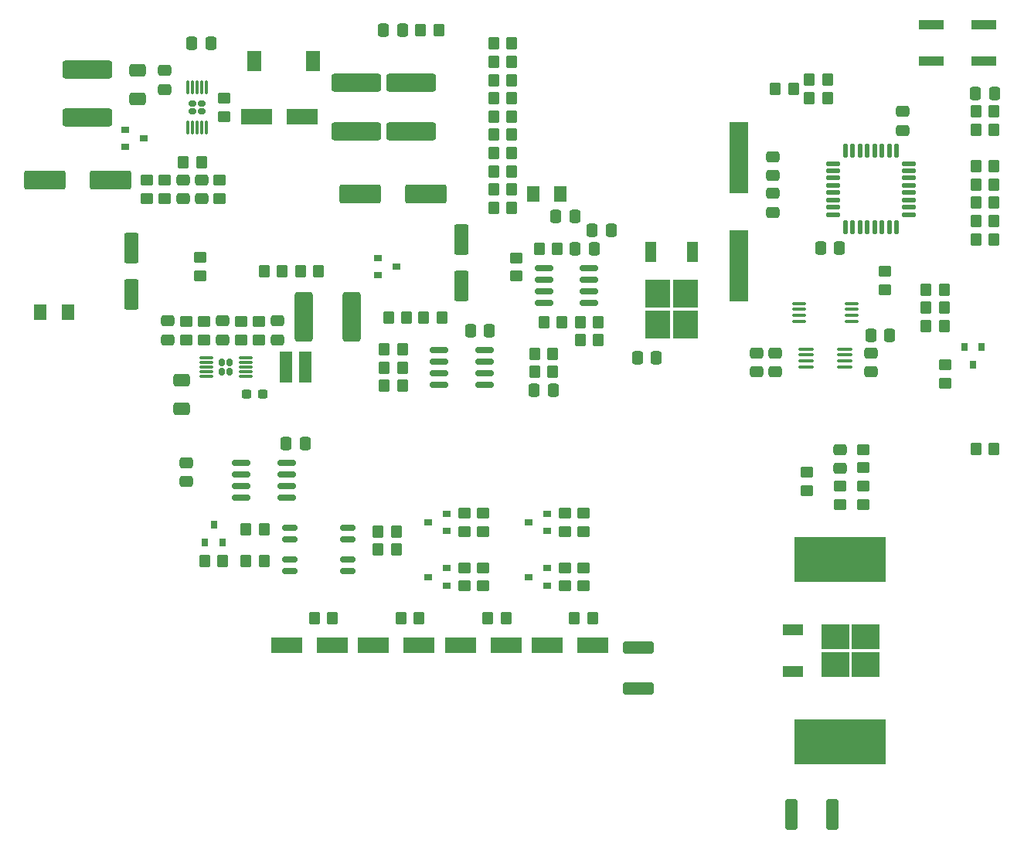
<source format=gbr>
%TF.GenerationSoftware,KiCad,Pcbnew,(5.99.0-9568-gb9d26a55f2)*%
%TF.CreationDate,2021-03-23T11:57:40+01:00*%
%TF.ProjectId,PowerBoard 1,506f7765-7242-46f6-9172-6420312e6b69,rev?*%
%TF.SameCoordinates,Original*%
%TF.FileFunction,Paste,Top*%
%TF.FilePolarity,Positive*%
%FSLAX46Y46*%
G04 Gerber Fmt 4.6, Leading zero omitted, Abs format (unit mm)*
G04 Created by KiCad (PCBNEW (5.99.0-9568-gb9d26a55f2)) date 2021-03-23 11:57:40*
%MOMM*%
%LPD*%
G01*
G04 APERTURE LIST*
G04 Aperture macros list*
%AMRoundRect*
0 Rectangle with rounded corners*
0 $1 Rounding radius*
0 $2 $3 $4 $5 $6 $7 $8 $9 X,Y pos of 4 corners*
0 Add a 4 corners polygon primitive as box body*
4,1,4,$2,$3,$4,$5,$6,$7,$8,$9,$2,$3,0*
0 Add four circle primitives for the rounded corners*
1,1,$1+$1,$2,$3*
1,1,$1+$1,$4,$5*
1,1,$1+$1,$6,$7*
1,1,$1+$1,$8,$9*
0 Add four rect primitives between the rounded corners*
20,1,$1+$1,$2,$3,$4,$5,0*
20,1,$1+$1,$4,$5,$6,$7,0*
20,1,$1+$1,$6,$7,$8,$9,0*
20,1,$1+$1,$8,$9,$2,$3,0*%
G04 Aperture macros list end*
%ADD10RoundRect,0.250000X-0.350000X-0.450000X0.350000X-0.450000X0.350000X0.450000X-0.350000X0.450000X0*%
%ADD11RoundRect,0.250000X-0.450000X0.350000X-0.450000X-0.350000X0.450000X-0.350000X0.450000X0.350000X0*%
%ADD12RoundRect,0.250000X0.350000X0.450000X-0.350000X0.450000X-0.350000X-0.450000X0.350000X-0.450000X0*%
%ADD13RoundRect,0.250000X-0.475000X0.337500X-0.475000X-0.337500X0.475000X-0.337500X0.475000X0.337500X0*%
%ADD14RoundRect,0.150000X-0.825000X-0.150000X0.825000X-0.150000X0.825000X0.150000X-0.825000X0.150000X0*%
%ADD15R,0.900000X0.800000*%
%ADD16RoundRect,0.250000X0.450000X-0.350000X0.450000X0.350000X-0.450000X0.350000X-0.450000X-0.350000X0*%
%ADD17RoundRect,0.250000X0.550000X-1.412500X0.550000X1.412500X-0.550000X1.412500X-0.550000X-1.412500X0*%
%ADD18RoundRect,0.250000X-0.337500X-0.475000X0.337500X-0.475000X0.337500X0.475000X-0.337500X0.475000X0*%
%ADD19R,0.800000X0.900000*%
%ADD20RoundRect,0.250000X-0.550000X1.412500X-0.550000X-1.412500X0.550000X-1.412500X0.550000X1.412500X0*%
%ADD21RoundRect,0.237500X-0.300000X-0.237500X0.300000X-0.237500X0.300000X0.237500X-0.300000X0.237500X0*%
%ADD22RoundRect,0.125000X-0.125000X0.625000X-0.125000X-0.625000X0.125000X-0.625000X0.125000X0.625000X0*%
%ADD23RoundRect,0.125000X-0.625000X0.125000X-0.625000X-0.125000X0.625000X-0.125000X0.625000X0.125000X0*%
%ADD24RoundRect,0.250001X1.999999X0.799999X-1.999999X0.799999X-1.999999X-0.799999X1.999999X-0.799999X0*%
%ADD25R,10.000000X5.000000*%
%ADD26RoundRect,0.250000X0.475000X-0.337500X0.475000X0.337500X-0.475000X0.337500X-0.475000X-0.337500X0*%
%ADD27R,3.500000X1.800000*%
%ADD28RoundRect,0.250001X-1.999999X-0.799999X1.999999X-0.799999X1.999999X0.799999X-1.999999X0.799999X0*%
%ADD29RoundRect,0.100000X-0.712500X-0.100000X0.712500X-0.100000X0.712500X0.100000X-0.712500X0.100000X0*%
%ADD30RoundRect,0.150000X0.662500X0.150000X-0.662500X0.150000X-0.662500X-0.150000X0.662500X-0.150000X0*%
%ADD31RoundRect,0.250000X-0.650000X0.412500X-0.650000X-0.412500X0.650000X-0.412500X0.650000X0.412500X0*%
%ADD32RoundRect,0.250000X0.337500X0.475000X-0.337500X0.475000X-0.337500X-0.475000X0.337500X-0.475000X0*%
%ADD33R,1.500000X2.200000*%
%ADD34RoundRect,0.249999X0.737501X2.450001X-0.737501X2.450001X-0.737501X-2.450001X0.737501X-2.450001X0*%
%ADD35RoundRect,0.249999X-2.450001X0.737501X-2.450001X-0.737501X2.450001X-0.737501X2.450001X0.737501X0*%
%ADD36R,3.050000X2.750000*%
%ADD37R,2.200000X1.200000*%
%ADD38R,2.800000X1.000000*%
%ADD39RoundRect,0.100000X0.637500X0.100000X-0.637500X0.100000X-0.637500X-0.100000X0.637500X-0.100000X0*%
%ADD40R,2.000000X7.875000*%
%ADD41RoundRect,0.250000X1.450000X-0.400000X1.450000X0.400000X-1.450000X0.400000X-1.450000X-0.400000X0*%
%ADD42RoundRect,0.250001X-0.462499X-0.624999X0.462499X-0.624999X0.462499X0.624999X-0.462499X0.624999X0*%
%ADD43RoundRect,0.175000X-0.225000X0.175000X-0.225000X-0.175000X0.225000X-0.175000X0.225000X0.175000X0*%
%ADD44RoundRect,0.075000X-0.075000X0.662500X-0.075000X-0.662500X0.075000X-0.662500X0.075000X0.662500X0*%
%ADD45RoundRect,0.250000X-0.400000X-1.450000X0.400000X-1.450000X0.400000X1.450000X-0.400000X1.450000X0*%
%ADD46R,1.350000X3.400000*%
%ADD47R,2.750000X3.050000*%
%ADD48R,1.200000X2.200000*%
%ADD49RoundRect,0.175000X0.175000X0.225000X-0.175000X0.225000X-0.175000X-0.225000X0.175000X-0.225000X0*%
%ADD50RoundRect,0.075000X0.662500X0.075000X-0.662500X0.075000X-0.662500X-0.075000X0.662500X-0.075000X0*%
%ADD51RoundRect,0.150000X-0.662500X-0.150000X0.662500X-0.150000X0.662500X0.150000X-0.662500X0.150000X0*%
G04 APERTURE END LIST*
D10*
%TO.C,R40*%
X109650000Y-33050000D03*
X111650000Y-33050000D03*
%TD*%
D11*
%TO.C,R66*%
X150150000Y-63550000D03*
X150150000Y-65550000D03*
%TD*%
D10*
%TO.C,R23*%
X84500000Y-44000000D03*
X86500000Y-44000000D03*
%TD*%
D12*
%TO.C,R48*%
X120500000Y-82000000D03*
X118500000Y-82000000D03*
%TD*%
D13*
%TO.C,C18*%
X73650000Y-22012500D03*
X73650000Y-24087500D03*
%TD*%
D14*
%TO.C,U1*%
X82000000Y-65000000D03*
X82000000Y-66270000D03*
X82000000Y-67540000D03*
X82000000Y-68810000D03*
X86950000Y-68810000D03*
X86950000Y-67540000D03*
X86950000Y-66270000D03*
X86950000Y-65000000D03*
%TD*%
D15*
%TO.C,Q5*%
X115500000Y-72450000D03*
X115500000Y-70550000D03*
X113500000Y-71500000D03*
%TD*%
D12*
%TO.C,R46*%
X116650000Y-41550000D03*
X114650000Y-41550000D03*
%TD*%
D15*
%TO.C,Q3*%
X115500000Y-78450000D03*
X115500000Y-76550000D03*
X113500000Y-77500000D03*
%TD*%
D12*
%TO.C,R72*%
X121150000Y-51500000D03*
X119150000Y-51500000D03*
%TD*%
D16*
%TO.C,R56*%
X144000000Y-68050000D03*
X144000000Y-66050000D03*
%TD*%
D17*
%TO.C,C4*%
X70000000Y-46537500D03*
X70000000Y-41462500D03*
%TD*%
D16*
%TO.C,R8*%
X81977936Y-51500000D03*
X81977936Y-49500000D03*
%TD*%
%TO.C,R18*%
X71650000Y-36050000D03*
X71650000Y-34050000D03*
%TD*%
D18*
%TO.C,C22*%
X76612500Y-19050000D03*
X78687500Y-19050000D03*
%TD*%
D19*
%TO.C,Q8*%
X78050000Y-73750000D03*
X79950000Y-73750000D03*
X79000000Y-71750000D03*
%TD*%
D20*
%TO.C,C27*%
X106150000Y-40550000D03*
X106150000Y-45625000D03*
%TD*%
D10*
%TO.C,R37*%
X109650000Y-27050000D03*
X111650000Y-27050000D03*
%TD*%
D21*
%TO.C,C20*%
X82607500Y-57500000D03*
X84332500Y-57500000D03*
%TD*%
D11*
%TO.C,R71*%
X117500000Y-70500000D03*
X117500000Y-72500000D03*
%TD*%
D16*
%TO.C,R54*%
X108500000Y-78500000D03*
X108500000Y-76500000D03*
%TD*%
D22*
%TO.C,U4*%
X153800000Y-30825000D03*
X153000000Y-30825000D03*
X152200000Y-30825000D03*
X151400000Y-30825000D03*
X150600000Y-30825000D03*
X149800000Y-30825000D03*
X149000000Y-30825000D03*
X148200000Y-30825000D03*
D23*
X146825000Y-32200000D03*
X146825000Y-33000000D03*
X146825000Y-33800000D03*
X146825000Y-34600000D03*
X146825000Y-35400000D03*
X146825000Y-36200000D03*
X146825000Y-37000000D03*
X146825000Y-37800000D03*
D22*
X148200000Y-39175000D03*
X149000000Y-39175000D03*
X149800000Y-39175000D03*
X150600000Y-39175000D03*
X151400000Y-39175000D03*
X152200000Y-39175000D03*
X153000000Y-39175000D03*
X153800000Y-39175000D03*
D23*
X155175000Y-37800000D03*
X155175000Y-37000000D03*
X155175000Y-36200000D03*
X155175000Y-35400000D03*
X155175000Y-34600000D03*
X155175000Y-33800000D03*
X155175000Y-33000000D03*
X155175000Y-32200000D03*
%TD*%
D12*
%TO.C,R29*%
X164500000Y-36500000D03*
X162500000Y-36500000D03*
%TD*%
%TO.C,R43*%
X99000000Y-74500000D03*
X97000000Y-74500000D03*
%TD*%
%TO.C,R15*%
X164500000Y-32500000D03*
X162500000Y-32500000D03*
%TD*%
%TO.C,R28*%
X164500000Y-38500000D03*
X162500000Y-38500000D03*
%TD*%
D11*
%TO.C,R45*%
X117500000Y-76500000D03*
X117500000Y-78500000D03*
%TD*%
D10*
%TO.C,R39*%
X109650000Y-31050000D03*
X111650000Y-31050000D03*
%TD*%
%TO.C,R68*%
X102000000Y-49050000D03*
X104000000Y-49050000D03*
%TD*%
D24*
%TO.C,C30*%
X102250000Y-35550000D03*
X95050000Y-35550000D03*
%TD*%
D25*
%TO.C,J8*%
X147650000Y-95550000D03*
%TD*%
D11*
%TO.C,R17*%
X80150000Y-25050000D03*
X80150000Y-27050000D03*
%TD*%
D12*
%TO.C,R1*%
X103650000Y-17550000D03*
X101650000Y-17550000D03*
%TD*%
D15*
%TO.C,Q4*%
X104500000Y-78450000D03*
X104500000Y-76550000D03*
X102500000Y-77500000D03*
%TD*%
D10*
%TO.C,R38*%
X109650000Y-29050000D03*
X111650000Y-29050000D03*
%TD*%
D12*
%TO.C,R6*%
X77650000Y-32050000D03*
X75650000Y-32050000D03*
%TD*%
D18*
%TO.C,C12*%
X162462500Y-24500000D03*
X164537500Y-24500000D03*
%TD*%
D10*
%TO.C,R26*%
X162500000Y-63500000D03*
X164500000Y-63500000D03*
%TD*%
D26*
%TO.C,C9*%
X73970000Y-51537500D03*
X73970000Y-49462500D03*
%TD*%
D27*
%TO.C,D9*%
X92000000Y-85000000D03*
X87000000Y-85000000D03*
%TD*%
D10*
%TO.C,R3*%
X157000000Y-50000000D03*
X159000000Y-50000000D03*
%TD*%
D12*
%TO.C,R47*%
X121150000Y-49550000D03*
X119150000Y-49550000D03*
%TD*%
D10*
%TO.C,R50*%
X82500000Y-75750000D03*
X84500000Y-75750000D03*
%TD*%
D12*
%TO.C,R19*%
X146250000Y-23000000D03*
X144250000Y-23000000D03*
%TD*%
D15*
%TO.C,Q2*%
X104500000Y-72450000D03*
X104500000Y-70550000D03*
X102500000Y-71500000D03*
%TD*%
D28*
%TO.C,C1*%
X60500000Y-34000000D03*
X67700000Y-34000000D03*
%TD*%
D12*
%TO.C,R51*%
X99000000Y-72500000D03*
X97000000Y-72500000D03*
%TD*%
D16*
%TO.C,R2*%
X83970000Y-51500000D03*
X83970000Y-49500000D03*
%TD*%
D29*
%TO.C,U2*%
X143887500Y-52525000D03*
X143887500Y-53175000D03*
X143887500Y-53825000D03*
X143887500Y-54475000D03*
X148112500Y-54475000D03*
X148112500Y-53825000D03*
X148112500Y-53175000D03*
X148112500Y-52525000D03*
%TD*%
D10*
%TO.C,R25*%
X162500000Y-26500000D03*
X164500000Y-26500000D03*
%TD*%
D27*
%TO.C,D11*%
X101500000Y-85000000D03*
X96500000Y-85000000D03*
%TD*%
D30*
%TO.C,U12*%
X93687500Y-76885000D03*
X93687500Y-75615000D03*
X87312500Y-75615000D03*
X87312500Y-76885000D03*
%TD*%
D10*
%TO.C,R34*%
X109650000Y-21050000D03*
X111650000Y-21050000D03*
%TD*%
D31*
%TO.C,C13*%
X70650000Y-21987500D03*
X70650000Y-25112500D03*
%TD*%
D16*
%TO.C,R9*%
X77970000Y-51500000D03*
X77970000Y-49500000D03*
%TD*%
D32*
%TO.C,C31*%
X147537500Y-41500000D03*
X145462500Y-41500000D03*
%TD*%
D10*
%TO.C,R41*%
X109650000Y-35050000D03*
X111650000Y-35050000D03*
%TD*%
D11*
%TO.C,R31*%
X106500000Y-70500000D03*
X106500000Y-72500000D03*
%TD*%
D33*
%TO.C,L2*%
X83450000Y-21000000D03*
X89850000Y-21000000D03*
%TD*%
D34*
%TO.C,C23*%
X94115436Y-49000000D03*
X88840436Y-49000000D03*
%TD*%
D12*
%TO.C,R32*%
X92000000Y-82000000D03*
X90000000Y-82000000D03*
%TD*%
D35*
%TO.C,C26*%
X100650000Y-23362500D03*
X100650000Y-28637500D03*
%TD*%
D36*
%TO.C,D8*%
X150425000Y-87075000D03*
X147075000Y-87075000D03*
X147075000Y-84025000D03*
X150425000Y-84025000D03*
D37*
X142450000Y-83270000D03*
X142450000Y-87830000D03*
%TD*%
D15*
%TO.C,Q1*%
X69300000Y-28497500D03*
X69300000Y-30397500D03*
X71300000Y-29447500D03*
%TD*%
D19*
%TO.C,Q7*%
X163100000Y-52280000D03*
X161200000Y-52280000D03*
X162150000Y-54280000D03*
%TD*%
D10*
%TO.C,R42*%
X109650000Y-37050000D03*
X111650000Y-37050000D03*
%TD*%
D13*
%TO.C,C38*%
X147650000Y-63550000D03*
X147650000Y-65625000D03*
%TD*%
D10*
%TO.C,R49*%
X115150000Y-49550000D03*
X117150000Y-49550000D03*
%TD*%
D26*
%TO.C,C6*%
X140250000Y-33537500D03*
X140250000Y-31462500D03*
%TD*%
D12*
%TO.C,R53*%
X116150000Y-55050000D03*
X114150000Y-55050000D03*
%TD*%
D38*
%TO.C,SW1*%
X163400000Y-17000000D03*
X157600000Y-17000000D03*
X163400000Y-21000000D03*
X157600000Y-21000000D03*
%TD*%
D14*
%TO.C,U11*%
X115175000Y-43645000D03*
X115175000Y-44915000D03*
X115175000Y-46185000D03*
X115175000Y-47455000D03*
X120125000Y-47455000D03*
X120125000Y-46185000D03*
X120125000Y-44915000D03*
X120125000Y-43645000D03*
%TD*%
D16*
%TO.C,R70*%
X119500000Y-72500000D03*
X119500000Y-70500000D03*
%TD*%
D10*
%TO.C,R61*%
X114150000Y-53050000D03*
X116150000Y-53050000D03*
%TD*%
D31*
%TO.C,C8*%
X75470000Y-55937500D03*
X75470000Y-59062500D03*
%TD*%
D39*
%TO.C,U6*%
X148862500Y-49475000D03*
X148862500Y-48825000D03*
X148862500Y-48175000D03*
X148862500Y-47525000D03*
X143137500Y-47525000D03*
X143137500Y-48175000D03*
X143137500Y-48825000D03*
X143137500Y-49475000D03*
%TD*%
D40*
%TO.C,Y1*%
X136500000Y-43437500D03*
X136500000Y-31562500D03*
%TD*%
D10*
%TO.C,R35*%
X109650000Y-23050000D03*
X111650000Y-23050000D03*
%TD*%
D18*
%TO.C,C35*%
X125425000Y-53500000D03*
X127500000Y-53500000D03*
%TD*%
D12*
%TO.C,R16*%
X164500000Y-40500000D03*
X162500000Y-40500000D03*
%TD*%
D41*
%TO.C,F2*%
X125500000Y-89725000D03*
X125500000Y-85275000D03*
%TD*%
D10*
%TO.C,R36*%
X109650000Y-25050000D03*
X111650000Y-25050000D03*
%TD*%
%TO.C,R44*%
X82500000Y-72250000D03*
X84500000Y-72250000D03*
%TD*%
D11*
%TO.C,R67*%
X150150000Y-67550000D03*
X150150000Y-69550000D03*
%TD*%
D10*
%TO.C,R27*%
X162500000Y-28500000D03*
X164500000Y-28500000D03*
%TD*%
D42*
%TO.C,F3*%
X60012500Y-48500000D03*
X62987500Y-48500000D03*
%TD*%
D13*
%TO.C,C14*%
X75650000Y-33975000D03*
X75650000Y-36050000D03*
%TD*%
D43*
%TO.C,U5*%
X76655000Y-26480000D03*
X77645000Y-26480000D03*
X77645000Y-25620000D03*
X76655000Y-25620000D03*
D44*
X78150000Y-23887500D03*
X77650000Y-23887500D03*
X77150000Y-23887500D03*
X76650000Y-23887500D03*
X76150000Y-23887500D03*
X76150000Y-28212500D03*
X76650000Y-28212500D03*
X77150000Y-28212500D03*
X77650000Y-28212500D03*
X78150000Y-28212500D03*
%TD*%
D16*
%TO.C,R52*%
X112150000Y-44550000D03*
X112150000Y-42550000D03*
%TD*%
D10*
%TO.C,R58*%
X97650000Y-52550000D03*
X99650000Y-52550000D03*
%TD*%
D11*
%TO.C,R65*%
X147650000Y-67550000D03*
X147650000Y-69550000D03*
%TD*%
D13*
%TO.C,C17*%
X77650000Y-33975000D03*
X77650000Y-36050000D03*
%TD*%
D27*
%TO.C,D10*%
X120500000Y-85000000D03*
X115500000Y-85000000D03*
%TD*%
D10*
%TO.C,R69*%
X78000000Y-75750000D03*
X80000000Y-75750000D03*
%TD*%
D32*
%TO.C,C36*%
X116187500Y-57050000D03*
X114112500Y-57050000D03*
%TD*%
D11*
%TO.C,R60*%
X106500000Y-76500000D03*
X106500000Y-78500000D03*
%TD*%
D45*
%TO.C,F4*%
X142275000Y-103500000D03*
X146725000Y-103500000D03*
%TD*%
D18*
%TO.C,C19*%
X86937500Y-62905000D03*
X89012500Y-62905000D03*
%TD*%
D10*
%TO.C,R4*%
X157000000Y-48000000D03*
X159000000Y-48000000D03*
%TD*%
D26*
%TO.C,C16*%
X151000000Y-55037500D03*
X151000000Y-52962500D03*
%TD*%
D25*
%TO.C,J7*%
X147650000Y-75550000D03*
%TD*%
D10*
%TO.C,R24*%
X88500000Y-44000000D03*
X90500000Y-44000000D03*
%TD*%
D46*
%TO.C,L1*%
X86895000Y-54500000D03*
X89045000Y-54500000D03*
%TD*%
D27*
%TO.C,D1*%
X83650000Y-27050000D03*
X88650000Y-27050000D03*
%TD*%
D14*
%TO.C,U15*%
X103675000Y-52645000D03*
X103675000Y-53915000D03*
X103675000Y-55185000D03*
X103675000Y-56455000D03*
X108625000Y-56455000D03*
X108625000Y-55185000D03*
X108625000Y-53915000D03*
X108625000Y-52645000D03*
%TD*%
D10*
%TO.C,R20*%
X140500000Y-24000000D03*
X142500000Y-24000000D03*
%TD*%
D18*
%TO.C,C28*%
X150962500Y-51000000D03*
X153037500Y-51000000D03*
%TD*%
D32*
%TO.C,C33*%
X120650000Y-41550000D03*
X118575000Y-41550000D03*
%TD*%
D47*
%TO.C,D7*%
X127625000Y-46475000D03*
X130675000Y-49825000D03*
X127625000Y-49825000D03*
X130675000Y-46475000D03*
D48*
X131430000Y-41850000D03*
X126870000Y-41850000D03*
%TD*%
D12*
%TO.C,R55*%
X101500000Y-82000000D03*
X99500000Y-82000000D03*
%TD*%
D10*
%TO.C,R63*%
X98150000Y-49050000D03*
X100150000Y-49050000D03*
%TD*%
D12*
%TO.C,R64*%
X111000000Y-82000000D03*
X109000000Y-82000000D03*
%TD*%
D26*
%TO.C,C25*%
X154500000Y-28575000D03*
X154500000Y-26500000D03*
%TD*%
D49*
%TO.C,U3*%
X80737500Y-54995000D03*
X79877500Y-54995000D03*
X79877500Y-54005000D03*
X80737500Y-54005000D03*
D50*
X82470000Y-55500000D03*
X82470000Y-55000000D03*
X82470000Y-54500000D03*
X82470000Y-54000000D03*
X82470000Y-53500000D03*
X78145000Y-53500000D03*
X78145000Y-54000000D03*
X78145000Y-54500000D03*
X78145000Y-55000000D03*
X78145000Y-55500000D03*
%TD*%
D13*
%TO.C,C2*%
X138500000Y-52962500D03*
X138500000Y-55037500D03*
%TD*%
D16*
%TO.C,R62*%
X159150000Y-56280000D03*
X159150000Y-54280000D03*
%TD*%
D35*
%TO.C,C24*%
X94650000Y-23362500D03*
X94650000Y-28637500D03*
%TD*%
D16*
%TO.C,R14*%
X73650000Y-36050000D03*
X73650000Y-34050000D03*
%TD*%
D35*
%TO.C,C10*%
X65150000Y-21912500D03*
X65150000Y-27187500D03*
%TD*%
D11*
%TO.C,R13*%
X75970000Y-49500000D03*
X75970000Y-51500000D03*
%TD*%
%TO.C,R22*%
X77500000Y-42500000D03*
X77500000Y-44500000D03*
%TD*%
%TO.C,R10*%
X152500000Y-44000000D03*
X152500000Y-46000000D03*
%TD*%
D26*
%TO.C,C3*%
X85970000Y-51537500D03*
X85970000Y-49462500D03*
%TD*%
D42*
%TO.C,F1*%
X114012500Y-35500000D03*
X116987500Y-35500000D03*
%TD*%
D16*
%TO.C,R7*%
X79650000Y-36050000D03*
X79650000Y-34050000D03*
%TD*%
D12*
%TO.C,R57*%
X99650000Y-56550000D03*
X97650000Y-56550000D03*
%TD*%
D15*
%TO.C,Q6*%
X97000000Y-42550000D03*
X97000000Y-44450000D03*
X99000000Y-43500000D03*
%TD*%
D10*
%TO.C,R21*%
X144250000Y-25000000D03*
X146250000Y-25000000D03*
%TD*%
D13*
%TO.C,C7*%
X140250000Y-35462500D03*
X140250000Y-37537500D03*
%TD*%
D32*
%TO.C,C37*%
X109187500Y-50550000D03*
X107112500Y-50550000D03*
%TD*%
%TO.C,C11*%
X99687500Y-17550000D03*
X97612500Y-17550000D03*
%TD*%
D16*
%TO.C,R12*%
X119500000Y-78500000D03*
X119500000Y-76500000D03*
%TD*%
D12*
%TO.C,R30*%
X164500000Y-34500000D03*
X162500000Y-34500000D03*
%TD*%
D51*
%TO.C,U13*%
X87312500Y-72115000D03*
X87312500Y-73385000D03*
X93687500Y-73385000D03*
X93687500Y-72115000D03*
%TD*%
D26*
%TO.C,C15*%
X76000000Y-67037500D03*
X76000000Y-64962500D03*
%TD*%
D27*
%TO.C,D12*%
X111000000Y-85000000D03*
X106000000Y-85000000D03*
%TD*%
D10*
%TO.C,R5*%
X157000000Y-46000000D03*
X159000000Y-46000000D03*
%TD*%
D13*
%TO.C,C5*%
X140500000Y-52962500D03*
X140500000Y-55037500D03*
%TD*%
D10*
%TO.C,R33*%
X109650000Y-19050000D03*
X111650000Y-19050000D03*
%TD*%
%TO.C,R59*%
X97650000Y-54550000D03*
X99650000Y-54550000D03*
%TD*%
D32*
%TO.C,C34*%
X122537500Y-39500000D03*
X120462500Y-39500000D03*
%TD*%
D16*
%TO.C,R11*%
X108500000Y-72500000D03*
X108500000Y-70500000D03*
%TD*%
D26*
%TO.C,C21*%
X79970000Y-51537500D03*
X79970000Y-49462500D03*
%TD*%
D18*
%TO.C,C32*%
X116462500Y-38000000D03*
X118537500Y-38000000D03*
%TD*%
M02*

</source>
